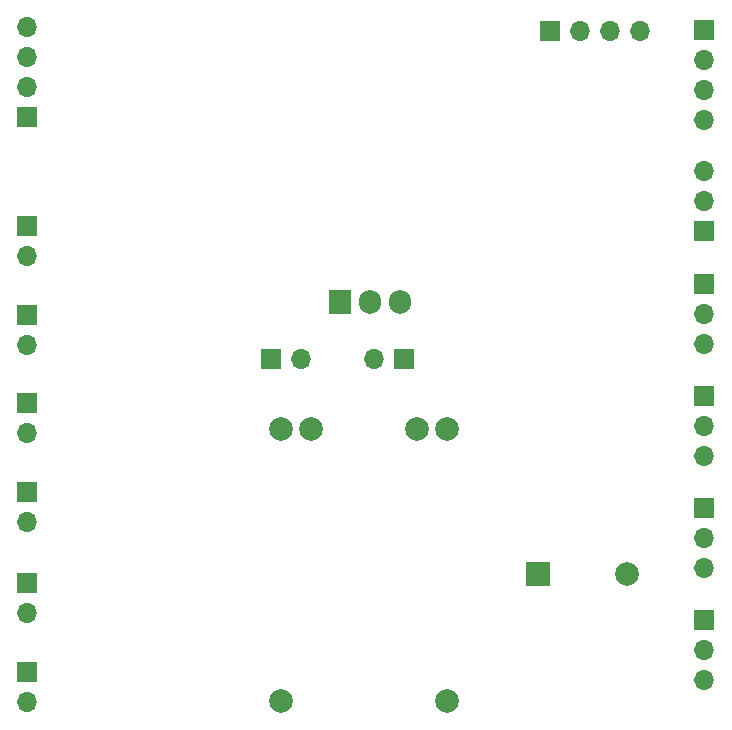
<source format=gbs>
G04 #@! TF.GenerationSoftware,KiCad,Pcbnew,(6.0.5)*
G04 #@! TF.CreationDate,2023-04-20T10:52:06+08:00*
G04 #@! TF.ProjectId,Pill Dispenser,50696c6c-2044-4697-9370-656e7365722e,rev?*
G04 #@! TF.SameCoordinates,Original*
G04 #@! TF.FileFunction,Soldermask,Bot*
G04 #@! TF.FilePolarity,Negative*
%FSLAX46Y46*%
G04 Gerber Fmt 4.6, Leading zero omitted, Abs format (unit mm)*
G04 Created by KiCad (PCBNEW (6.0.5)) date 2023-04-20 10:52:06*
%MOMM*%
%LPD*%
G01*
G04 APERTURE LIST*
%ADD10R,1.700000X1.700000*%
%ADD11O,1.700000X1.700000*%
%ADD12R,1.905000X2.000000*%
%ADD13O,1.905000X2.000000*%
%ADD14R,2.000000X2.000000*%
%ADD15C,2.000000*%
G04 APERTURE END LIST*
D10*
X156300000Y-101400000D03*
D11*
X156300000Y-103940000D03*
X156300000Y-106480000D03*
D10*
X156300000Y-110900000D03*
D11*
X156300000Y-113440000D03*
X156300000Y-115980000D03*
D10*
X99000000Y-111500000D03*
D11*
X99000000Y-114040000D03*
D12*
X125460000Y-102945000D03*
D13*
X128000000Y-102945000D03*
X130540000Y-102945000D03*
D10*
X99000000Y-96460000D03*
D11*
X99000000Y-99000000D03*
D10*
X99000000Y-119035000D03*
D11*
X99000000Y-121575000D03*
D10*
X156300000Y-96925000D03*
D11*
X156300000Y-94385000D03*
X156300000Y-91845000D03*
D10*
X99000000Y-134225000D03*
D11*
X99000000Y-136765000D03*
D10*
X99000000Y-126725000D03*
D11*
X99000000Y-129265000D03*
D10*
X156300000Y-120375000D03*
D11*
X156300000Y-122915000D03*
X156300000Y-125455000D03*
D10*
X156300000Y-79900000D03*
D11*
X156300000Y-82440000D03*
X156300000Y-84980000D03*
X156300000Y-87520000D03*
D14*
X142200000Y-126000000D03*
D15*
X149800000Y-126000000D03*
D11*
X99000000Y-79680000D03*
X99000000Y-82220000D03*
X99000000Y-84760000D03*
D10*
X99000000Y-87300000D03*
X130875000Y-107800000D03*
D11*
X128335000Y-107800000D03*
D15*
X120500000Y-136700000D03*
X134500000Y-136700000D03*
X120500000Y-113700000D03*
X134500000Y-113700000D03*
X123040000Y-113700000D03*
X131960000Y-113700000D03*
D10*
X156300000Y-129900000D03*
D11*
X156300000Y-132440000D03*
X156300000Y-134980000D03*
D10*
X99000000Y-104000000D03*
D11*
X99000000Y-106540000D03*
D10*
X119625000Y-107800000D03*
D11*
X122165000Y-107800000D03*
X150820000Y-80000000D03*
X148280000Y-80000000D03*
X145740000Y-80000000D03*
D10*
X143200000Y-80000000D03*
M02*

</source>
